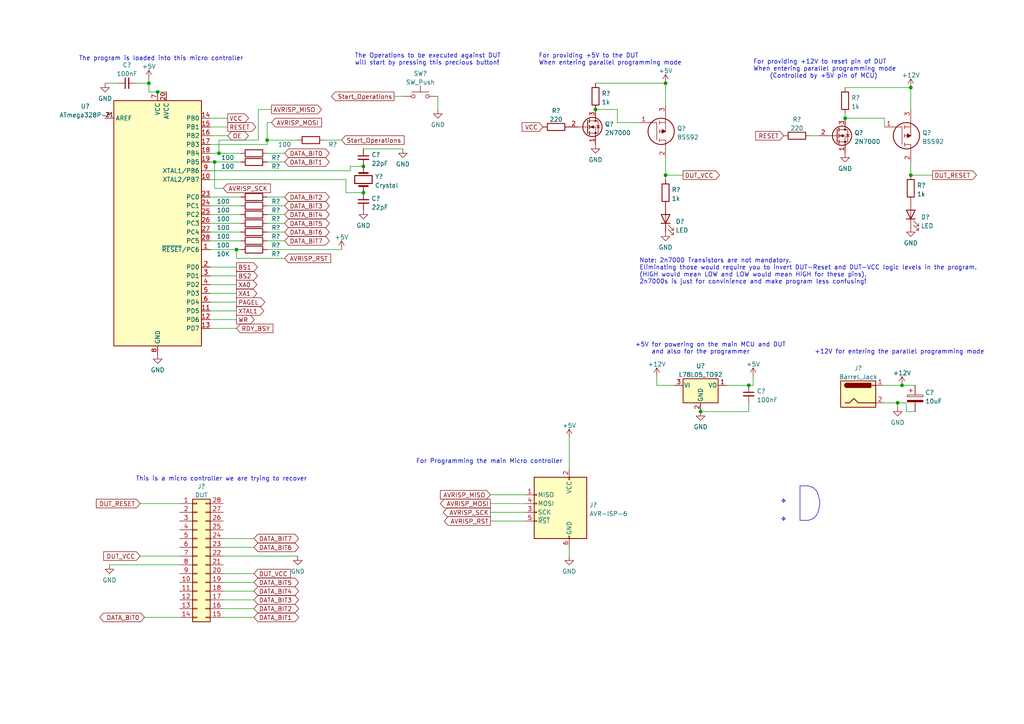
<source format=kicad_sch>
(kicad_sch (version 20211123) (generator eeschema)
  (paper "A4")
  (lib_symbols
    (symbol "BSS92:BSS92" (pin_names (offset 0.762))
      (property "Reference" "Q" (at 11.43 3.81 0))
      (property "Value" "BSS92" (at 11.43 1.27 0))
      (symbol "BSS92_0_0"
        (pin passive line (at 0 0 0) (length 2.54) (name "~") (number "1"))
        (pin passive line (at 7.62 10.16 270) (length 2.54) (name "~") (number "2"))
        (pin passive line (at 7.62 -5.08 90) (length 2.54) (name "~") (number "3"))
      )
      (symbol "BSS92_0_1"
        (polyline (pts (xy 5.842 -0.508) (xy 5.842 0.508)) (stroke (width 0.1524)))
        (polyline (pts (xy 5.842 0) (xy 7.62 0)) (stroke (width 0.1524)))
        (polyline (pts (xy 5.842 2.032) (xy 5.842 3.048)) (stroke (width 0.1524)))
        (polyline (pts (xy 5.842 5.588) (xy 5.842 4.572)) (stroke (width 0.1524)))
        (polyline (pts (xy 7.62 2.54) (xy 5.842 2.54)) (stroke (width 0.1524)))
        (polyline (pts (xy 7.62 2.54) (xy 7.62 -2.54)) (stroke (width 0.1524)))
        (polyline (pts (xy 7.62 5.08) (xy 5.842 5.08)) (stroke (width 0.1524)))
        (polyline (pts (xy 7.62 5.08) (xy 7.62 7.62)) (stroke (width 0.1524)))
        (polyline (pts (xy 2.54 0) (xy 5.08 0) (xy 5.08 5.08)) (stroke (width 0.1524)))
        (polyline (pts (xy 7.62 2.54) (xy 6.604 3.048) (xy 6.604 2.032) (xy 7.62 2.54)) (stroke (width 0.254)) (fill (type outline)))
        (circle (center 6.35 2.54) (radius 3.81) (stroke (width 0.254)))
      )
    )
    (symbol "Connector:AVR-ISP-6" (pin_names (offset 1.016))
      (property "Reference" "J" (at -6.35 11.43 0))
      (property "Value" "AVR-ISP-6" (at 0 11.43 0))
      (symbol "AVR-ISP-6_0_1"
        (rectangle (start -2.667 -6.858) (end -2.413 -7.62))
        (rectangle (start -2.667 10.16) (end -2.413 9.398))
        (rectangle (start 7.62 -2.413) (end 6.858 -2.667))
        (rectangle (start 7.62 0.127) (end 6.858 -0.127))
        (rectangle (start 7.62 2.667) (end 6.858 2.413))
        (rectangle (start 7.62 5.207) (end 6.858 4.953))
        (rectangle (start 7.62 10.16) (end -7.62 -7.62) (stroke (width 0.254)) (fill (type background)))
      )
      (symbol "AVR-ISP-6_1_1"
        (pin passive line (at 10.16 5.08 180) (length 2.54) (name "MISO") (number "1"))
        (pin passive line (at -2.54 12.7 270) (length 2.54) (name "VCC") (number "2"))
        (pin passive line (at 10.16 0 180) (length 2.54) (name "SCK") (number "3"))
        (pin passive line (at 10.16 2.54 180) (length 2.54) (name "MOSI") (number "4"))
        (pin passive line (at 10.16 -2.54 180) (length 2.54) (name "~{RST}") (number "5"))
        (pin passive line (at -2.54 -10.16 90) (length 2.54) (name "GND") (number "6"))
      )
    )
    (symbol "Connector:Barrel_Jack" (pin_names (offset 1.016))
      (property "Reference" "J" (at 0 5.334 0))
      (property "Value" "Barrel_Jack" (at 0 -5.08 0))
      (symbol "Barrel_Jack_0_1"
        (rectangle (start -5.08 3.81) (end 5.08 -3.81) (stroke (width 0.254)) (fill (type background)))
        (arc (start -3.302 3.175) (mid -3.937 2.54) (end -3.302 1.905) (stroke (width 0.254)))
        (arc (start -3.302 3.175) (mid -3.937 2.54) (end -3.302 1.905) (stroke (width 0.254)) (fill (type outline)))
        (polyline (pts (xy 5.08 2.54) (xy 3.81 2.54)) (stroke (width 0.254)))
        (polyline (pts (xy -3.81 -2.54) (xy -2.54 -2.54) (xy -1.27 -1.27) (xy 0 -2.54) (xy 2.54 -2.54) (xy 5.08 -2.54)) (stroke (width 0.254)))
        (rectangle (start 3.683 3.175) (end -3.302 1.905) (stroke (width 0.254)) (fill (type outline)))
      )
      (symbol "Barrel_Jack_1_1"
        (pin passive line (at 7.62 2.54 180) (length 2.54) (name "~") (number "1"))
        (pin passive line (at 7.62 -2.54 180) (length 2.54) (name "~") (number "2"))
      )
    )
    (symbol "Connector_Generic:Conn_02x14_Counter_Clockwise" (pin_names (offset 1.016) hide)
      (property "Reference" "J" (at 1.27 17.78 0))
      (property "Value" "Conn_02x14_Counter_Clockwise" (at 1.27 -20.32 0))
      (symbol "Conn_02x14_Counter_Clockwise_1_1"
        (rectangle (start -1.27 -17.653) (end 0 -17.907) (stroke (width 0.1524)))
        (rectangle (start -1.27 -15.113) (end 0 -15.367) (stroke (width 0.1524)))
        (rectangle (start -1.27 -12.573) (end 0 -12.827) (stroke (width 0.1524)))
        (rectangle (start -1.27 -10.033) (end 0 -10.287) (stroke (width 0.1524)))
        (rectangle (start -1.27 -7.493) (end 0 -7.747) (stroke (width 0.1524)))
        (rectangle (start -1.27 -4.953) (end 0 -5.207) (stroke (width 0.1524)))
        (rectangle (start -1.27 -2.413) (end 0 -2.667) (stroke (width 0.1524)))
        (rectangle (start -1.27 0.127) (end 0 -0.127) (stroke (width 0.1524)))
        (rectangle (start -1.27 2.667) (end 0 2.413) (stroke (width 0.1524)))
        (rectangle (start -1.27 5.207) (end 0 4.953) (stroke (width 0.1524)))
        (rectangle (start -1.27 7.747) (end 0 7.493) (stroke (width 0.1524)))
        (rectangle (start -1.27 10.287) (end 0 10.033) (stroke (width 0.1524)))
        (rectangle (start -1.27 12.827) (end 0 12.573) (stroke (width 0.1524)))
        (rectangle (start -1.27 15.367) (end 0 15.113) (stroke (width 0.1524)))
        (rectangle (start -1.27 16.51) (end 3.81 -19.05) (stroke (width 0.254)) (fill (type background)))
        (rectangle (start 3.81 -17.653) (end 2.54 -17.907) (stroke (width 0.1524)))
        (rectangle (start 3.81 -15.113) (end 2.54 -15.367) (stroke (width 0.1524)))
        (rectangle (start 3.81 -12.573) (end 2.54 -12.827) (stroke (width 0.1524)))
        (rectangle (start 3.81 -10.033) (end 2.54 -10.287) (stroke (width 0.1524)))
        (rectangle (start 3.81 -7.493) (end 2.54 -7.747) (stroke (width 0.1524)))
        (rectangle (start 3.81 -4.953) (end 2.54 -5.207) (stroke (width 0.1524)))
        (rectangle (start 3.81 -2.413) (end 2.54 -2.667) (stroke (width 0.1524)))
        (rectangle (start 3.81 0.127) (end 2.54 -0.127) (stroke (width 0.1524)))
        (rectangle (start 3.81 2.667) (end 2.54 2.413) (stroke (width 0.1524)))
        (rectangle (start 3.81 5.207) (end 2.54 4.953) (stroke (width 0.1524)))
        (rectangle (start 3.81 7.747) (end 2.54 7.493) (stroke (width 0.1524)))
        (rectangle (start 3.81 10.287) (end 2.54 10.033) (stroke (width 0.1524)))
        (rectangle (start 3.81 12.827) (end 2.54 12.573) (stroke (width 0.1524)))
        (rectangle (start 3.81 15.367) (end 2.54 15.113) (stroke (width 0.1524)))
        (pin passive line (at -5.08 15.24 0) (length 3.81) (name "Pin_1") (number "1"))
        (pin passive line (at -5.08 -7.62 0) (length 3.81) (name "Pin_10") (number "10"))
        (pin passive line (at -5.08 -10.16 0) (length 3.81) (name "Pin_11") (number "11"))
        (pin passive line (at -5.08 -12.7 0) (length 3.81) (name "Pin_12") (number "12"))
        (pin passive line (at -5.08 -15.24 0) (length 3.81) (name "Pin_13") (number "13"))
        (pin passive line (at -5.08 -17.78 0) (length 3.81) (name "Pin_14") (number "14"))
        (pin passive line (at 7.62 -17.78 180) (length 3.81) (name "Pin_15") (number "15"))
        (pin passive line (at 7.62 -15.24 180) (length 3.81) (name "Pin_16") (number "16"))
        (pin passive line (at 7.62 -12.7 180) (length 3.81) (name "Pin_17") (number "17"))
        (pin passive line (at 7.62 -10.16 180) (length 3.81) (name "Pin_18") (number "18"))
        (pin passive line (at 7.62 -7.62 180) (length 3.81) (name "Pin_19") (number "19"))
        (pin passive line (at -5.08 12.7 0) (length 3.81) (name "Pin_2") (number "2"))
        (pin passive line (at 7.62 -5.08 180) (length 3.81) (name "Pin_20") (number "20"))
        (pin passive line (at 7.62 -2.54 180) (length 3.81) (name "Pin_21") (number "21"))
        (pin passive line (at 7.62 0 180) (length 3.81) (name "Pin_22") (number "22"))
        (pin passive line (at 7.62 2.54 180) (length 3.81) (name "Pin_23") (number "23"))
        (pin passive line (at 7.62 5.08 180) (length 3.81) (name "Pin_24") (number "24"))
        (pin passive line (at 7.62 7.62 180) (length 3.81) (name "Pin_25") (number "25"))
        (pin passive line (at 7.62 10.16 180) (length 3.81) (name "Pin_26") (number "26"))
        (pin passive line (at 7.62 12.7 180) (length 3.81) (name "Pin_27") (number "27"))
        (pin passive line (at 7.62 15.24 180) (length 3.81) (name "Pin_28") (number "28"))
        (pin passive line (at -5.08 10.16 0) (length 3.81) (name "Pin_3") (number "3"))
        (pin passive line (at -5.08 7.62 0) (length 3.81) (name "Pin_4") (number "4"))
        (pin passive line (at -5.08 5.08 0) (length 3.81) (name "Pin_5") (number "5"))
        (pin passive line (at -5.08 2.54 0) (length 3.81) (name "Pin_6") (number "6"))
        (pin passive line (at -5.08 0 0) (length 3.81) (name "Pin_7") (number "7"))
        (pin passive line (at -5.08 -2.54 0) (length 3.81) (name "Pin_8") (number "8"))
        (pin passive line (at -5.08 -5.08 0) (length 3.81) (name "Pin_9") (number "9"))
      )
    )
    (symbol "Device:C_Polarized" (pin_numbers hide) (pin_names (offset 0.254))
      (property "Reference" "C" (at 0.635 2.54 0))
      (property "Value" "C_Polarized" (at 0.635 -2.54 0))
      (symbol "C_Polarized_0_1"
        (rectangle (start -2.286 0.508) (end 2.286 1.016))
        (polyline (pts (xy -1.778 2.286) (xy -0.762 2.286)))
        (polyline (pts (xy -1.27 2.794) (xy -1.27 1.778)))
        (rectangle (start 2.286 -0.508) (end -2.286 -1.016) (fill (type outline)))
      )
      (symbol "C_Polarized_1_1"
        (pin passive line (at 0 3.81 270) (length 2.794) (name "~") (number "1"))
        (pin passive line (at 0 -3.81 90) (length 2.794) (name "~") (number "2"))
      )
    )
    (symbol "Device:C_Small" (pin_numbers hide) (pin_names (offset 0.254) hide)
      (property "Reference" "C" (at 0.254 1.778 0))
      (property "Value" "C_Small" (at 0.254 -2.032 0))
      (symbol "C_Small_0_1"
        (polyline (pts (xy -1.524 -0.508) (xy 1.524 -0.508)) (stroke (width 0.3302)))
        (polyline (pts (xy -1.524 0.508) (xy 1.524 0.508)) (stroke (width 0.3048)))
      )
      (symbol "C_Small_1_1"
        (pin passive line (at 0 2.54 270) (length 2.032) (name "~") (number "1"))
        (pin passive line (at 0 -2.54 90) (length 2.032) (name "~") (number "2"))
      )
    )
    (symbol "Device:Crystal" (pin_numbers hide) (pin_names (offset 1.016) hide)
      (property "Reference" "Y" (at 0 3.81 0))
      (property "Value" "Crystal" (at 0 -3.81 0))
      (symbol "Crystal_0_1"
        (rectangle (start -1.143 2.54) (end 1.143 -2.54) (stroke (width 0.3048)))
        (polyline (pts (xy -2.54 0) (xy -1.905 0)))
        (polyline (pts (xy -1.905 -1.27) (xy -1.905 1.27)) (stroke (width 0.508)))
        (polyline (pts (xy 1.905 -1.27) (xy 1.905 1.27)) (stroke (width 0.508)))
        (polyline (pts (xy 2.54 0) (xy 1.905 0)))
      )
      (symbol "Crystal_1_1"
        (pin passive line (at -3.81 0 0) (length 1.27) (name "1") (number "1"))
        (pin passive line (at 3.81 0 180) (length 1.27) (name "2") (number "2"))
      )
    )
    (symbol "Device:LED" (pin_numbers hide) (pin_names (offset 1.016) hide)
      (property "Reference" "D" (at 0 2.54 0))
      (property "Value" "LED" (at 0 -2.54 0))
      (symbol "LED_0_1"
        (polyline (pts (xy -1.27 -1.27) (xy -1.27 1.27)) (stroke (width 0.254)))
        (polyline (pts (xy -1.27 0) (xy 1.27 0)))
        (polyline (pts (xy 1.27 -1.27) (xy 1.27 1.27) (xy -1.27 0) (xy 1.27 -1.27)) (stroke (width 0.254)))
        (polyline (pts (xy -3.048 -0.762) (xy -4.572 -2.286) (xy -3.81 -2.286) (xy -4.572 -2.286) (xy -4.572 -1.524)))
        (polyline (pts (xy -1.778 -0.762) (xy -3.302 -2.286) (xy -2.54 -2.286) (xy -3.302 -2.286) (xy -3.302 -1.524)))
      )
      (symbol "LED_1_1"
        (pin passive line (at -3.81 0 0) (length 2.54) (name "K") (number "1"))
        (pin passive line (at 3.81 0 180) (length 2.54) (name "A") (number "2"))
      )
    )
    (symbol "Device:R" (pin_numbers hide) (pin_names (offset 0))
      (property "Reference" "R" (at 2.032 0 90))
      (property "Value" "R" (at 0 0 90))
      (symbol "R_0_1"
        (rectangle (start -1.016 -2.54) (end 1.016 2.54) (stroke (width 0.254)))
      )
      (symbol "R_1_1"
        (pin passive line (at 0 3.81 270) (length 1.27) (name "~") (number "1"))
        (pin passive line (at 0 -3.81 90) (length 1.27) (name "~") (number "2"))
      )
    )
    (symbol "MCU_Microchip_ATmega:ATmega328P-P"
      (property "Reference" "U" (at -12.7 36.83 0))
      (property "Value" "ATmega328P-P" (at 2.54 -36.83 0))
      (symbol "ATmega328P-P_0_1"
        (rectangle (start -12.7 -35.56) (end 12.7 35.56) (stroke (width 0.254)) (fill (type background)))
      )
      (symbol "ATmega328P-P_1_1"
        (pin bidirectional line (at 15.24 -7.62 180) (length 2.54) (name "~{RESET}/PC6") (number "1"))
        (pin bidirectional line (at 15.24 12.7 180) (length 2.54) (name "XTAL2/PB7") (number "10"))
        (pin bidirectional line (at 15.24 -25.4 180) (length 2.54) (name "PD5") (number "11"))
        (pin bidirectional line (at 15.24 -27.94 180) (length 2.54) (name "PD6") (number "12"))
        (pin bidirectional line (at 15.24 -30.48 180) (length 2.54) (name "PD7") (number "13"))
        (pin bidirectional line (at 15.24 30.48 180) (length 2.54) (name "PB0") (number "14"))
        (pin bidirectional line (at 15.24 27.94 180) (length 2.54) (name "PB1") (number "15"))
        (pin bidirectional line (at 15.24 25.4 180) (length 2.54) (name "PB2") (number "16"))
        (pin bidirectional line (at 15.24 22.86 180) (length 2.54) (name "PB3") (number "17"))
        (pin bidirectional line (at 15.24 20.32 180) (length 2.54) (name "PB4") (number "18"))
        (pin bidirectional line (at 15.24 17.78 180) (length 2.54) (name "PB5") (number "19"))
        (pin bidirectional line (at 15.24 -12.7 180) (length 2.54) (name "PD0") (number "2"))
        (pin power_in line (at 2.54 38.1 270) (length 2.54) (name "AVCC") (number "20"))
        (pin passive line (at -15.24 30.48 0) (length 2.54) (name "AREF") (number "21"))
        (pin passive line (at 0 -38.1 90) (length 2.54) hide (name "GND") (number "22"))
        (pin bidirectional line (at 15.24 7.62 180) (length 2.54) (name "PC0") (number "23"))
        (pin bidirectional line (at 15.24 5.08 180) (length 2.54) (name "PC1") (number "24"))
        (pin bidirectional line (at 15.24 2.54 180) (length 2.54) (name "PC2") (number "25"))
        (pin bidirectional line (at 15.24 0 180) (length 2.54) (name "PC3") (number "26"))
        (pin bidirectional line (at 15.24 -2.54 180) (length 2.54) (name "PC4") (number "27"))
        (pin bidirectional line (at 15.24 -5.08 180) (length 2.54) (name "PC5") (number "28"))
        (pin bidirectional line (at 15.24 -15.24 180) (length 2.54) (name "PD1") (number "3"))
        (pin bidirectional line (at 15.24 -17.78 180) (length 2.54) (name "PD2") (number "4"))
        (pin bidirectional line (at 15.24 -20.32 180) (length 2.54) (name "PD3") (number "5"))
        (pin bidirectional line (at 15.24 -22.86 180) (length 2.54) (name "PD4") (number "6"))
        (pin power_in line (at 0 38.1 270) (length 2.54) (name "VCC") (number "7"))
        (pin power_in line (at 0 -38.1 90) (length 2.54) (name "GND") (number "8"))
        (pin bidirectional line (at 15.24 15.24 180) (length 2.54) (name "XTAL1/PB6") (number "9"))
      )
    )
    (symbol "Regulator_Linear:L78L05_TO92" (pin_names (offset 0.254))
      (property "Reference" "U" (at -3.81 3.175 0))
      (property "Value" "L78L05_TO92" (at 0 3.175 0))
      (symbol "L78L05_TO92_0_1"
        (rectangle (start -5.08 -5.08) (end 5.08 1.905) (stroke (width 0.254)) (fill (type background)))
      )
      (symbol "L78L05_TO92_1_1"
        (pin power_out line (at 7.62 0 180) (length 2.54) (name "VO") (number "1"))
        (pin power_in line (at 0 -7.62 90) (length 2.54) (name "GND") (number "2"))
        (pin power_in line (at -7.62 0 0) (length 2.54) (name "VI") (number "3"))
      )
    )
    (symbol "Switch:SW_Push" (pin_numbers hide) (pin_names (offset 1.016) hide)
      (property "Reference" "SW" (at 1.27 2.54 0))
      (property "Value" "SW_Push" (at 0 -1.524 0))
      (symbol "SW_Push_0_1"
        (circle (center -2.032 0) (radius 0.508))
        (polyline (pts (xy 0 1.27) (xy 0 3.048)))
        (polyline (pts (xy 2.54 1.27) (xy -2.54 1.27)))
        (circle (center 2.032 0) (radius 0.508))
        (pin passive line (at -5.08 0 0) (length 2.54) (name "1") (number "1"))
        (pin passive line (at 5.08 0 180) (length 2.54) (name "2") (number "2"))
      )
    )
    (symbol "Transistor_FET:2N7000" (pin_names hide)
      (property "Reference" "Q" (at 5.08 1.905 0))
      (property "Value" "2N7000" (at 5.08 0 0))
      (symbol "2N7000_0_1"
        (polyline (pts (xy 0.254 0) (xy -2.54 0)))
        (polyline (pts (xy 0.254 1.905) (xy 0.254 -1.905)) (stroke (width 0.254)))
        (polyline (pts (xy 0.762 -1.27) (xy 0.762 -2.286)) (stroke (width 0.254)))
        (polyline (pts (xy 0.762 0.508) (xy 0.762 -0.508)) (stroke (width 0.254)))
        (polyline (pts (xy 0.762 2.286) (xy 0.762 1.27)) (stroke (width 0.254)))
        (polyline (pts (xy 2.54 2.54) (xy 2.54 1.778)))
        (polyline (pts (xy 2.54 -2.54) (xy 2.54 0) (xy 0.762 0)))
        (polyline (pts (xy 0.762 -1.778) (xy 3.302 -1.778) (xy 3.302 1.778) (xy 0.762 1.778)))
        (polyline (pts (xy 1.016 0) (xy 2.032 0.381) (xy 2.032 -0.381) (xy 1.016 0)) (fill (type outline)))
        (polyline (pts (xy 2.794 0.508) (xy 2.921 0.381) (xy 3.683 0.381) (xy 3.81 0.254)))
        (polyline (pts (xy 3.302 0.381) (xy 2.921 -0.254) (xy 3.683 -0.254) (xy 3.302 0.381)))
        (circle (center 1.651 0) (radius 2.794) (stroke (width 0.254)))
        (circle (center 2.54 -1.778) (radius 0.254) (fill (type outline)))
        (circle (center 2.54 1.778) (radius 0.254) (fill (type outline)))
      )
      (symbol "2N7000_1_1"
        (pin passive line (at 2.54 -5.08 90) (length 2.54) (name "S") (number "1"))
        (pin input line (at -5.08 0 0) (length 2.54) (name "G") (number "2"))
        (pin passive line (at 2.54 5.08 270) (length 2.54) (name "D") (number "3"))
      )
    )
    (symbol "power:+12V" (power) (pin_names (offset 0))
      (property "Value" "+12V" (at 0 3.556 0))
      (symbol "+12V_0_1"
        (polyline (pts (xy -0.762 1.27) (xy 0 2.54)))
        (polyline (pts (xy 0 0) (xy 0 2.54)))
        (polyline (pts (xy 0 2.54) (xy 0.762 1.27)))
      )
      (symbol "+12V_1_1"
        (pin power_in line (at 0 0 90) (length 0) hide (name "+12V") (number "1"))
      )
    )
    (symbol "power:+5V" (power) (pin_names (offset 0))
      (property "Value" "+5V" (at 0 3.556 0))
      (symbol "+5V_0_1"
        (polyline (pts (xy -0.762 1.27) (xy 0 2.54)))
        (polyline (pts (xy 0 0) (xy 0 2.54)))
        (polyline (pts (xy 0 2.54) (xy 0.762 1.27)))
      )
      (symbol "+5V_1_1"
        (pin power_in line (at 0 0 90) (length 0) hide (name "+5V") (number "1"))
      )
    )
    (symbol "power:GND" (power) (pin_names (offset 0))
      (property "Value" "GND" (at 0 -3.81 0))
      (symbol "GND_0_1"
        (polyline (pts (xy 0 0) (xy 0 -1.27) (xy 1.27 -1.27) (xy 0 -2.54) (xy -1.27 -1.27) (xy 0 -1.27)))
      )
      (symbol "GND_1_1"
        (pin power_in line (at 0 0 270) (length 0) hide (name "GND") (number "1"))
      )
    )
  )
  (junction (at 245.11 34.29))
  (junction (at 261.62 111.76))
  (junction (at 105.41 48.26))
  (junction (at 264.16 25.4))
  (junction (at 193.04 24.13))
  (junction (at 62.23 46.99))
  (junction (at 217.17 111.76))
  (junction (at 77.47 40.64))
  (junction (at 45.72 26.67))
  (junction (at 260.35 116.84))
  (junction (at 203.2 119.38))
  (junction (at 63.5 44.45))
  (junction (at 172.72 31.75))
  (junction (at 264.16 50.8))
  (junction (at 43.18 24.13))
  (junction (at 193.04 50.8))
  (junction (at 68.58 72.39))
  (junction (at 105.41 55.88))
  (wire (pts (xy 127 27.94) (xy 127 31.75)))
  (wire (pts (xy 68.58 72.39) (xy 68.58 74.93)))
  (wire (pts (xy 77.47 64.77) (xy 82.55 64.77)))
  (wire (pts (xy 193.04 45.72) (xy 193.04 50.8)))
  (wire (pts (xy 264.16 50.8) (xy 270.51 50.8)))
  (wire (pts (xy 77.47 40.64) (xy 77.47 41.91)))
  (wire (pts (xy 64.77 161.29) (xy 86.36 161.29)))
  (wire (pts (xy 60.96 64.77) (xy 69.85 64.77)))
  (wire (pts (xy 68.58 72.39) (xy 69.85 72.39)))
  (wire (pts (xy 64.77 158.75) (xy 73.66 158.75)))
  (wire (pts (xy 45.72 26.67) (xy 48.26 26.67)))
  (wire (pts (xy 142.24 151.13) (xy 152.4 151.13)))
  (wire (pts (xy 114.3 27.94) (xy 116.84 27.94)))
  (wire (pts (xy 74.93 40.64) (xy 63.5 40.64)))
  (wire (pts (xy 93.98 40.64) (xy 99.06 40.64)))
  (wire (pts (xy 64.77 176.53) (xy 73.66 176.53)))
  (wire (pts (xy 64.77 173.99) (xy 73.66 173.99)))
  (wire (pts (xy 60.96 82.55) (xy 68.58 82.55)))
  (wire (pts (xy 190.5 111.76) (xy 195.58 111.76)))
  (wire (pts (xy 185.42 35.56) (xy 179.07 35.56)))
  (wire (pts (xy 218.44 111.76) (xy 217.17 111.76)))
  (wire (pts (xy 77.47 59.69) (xy 82.55 59.69)))
  (wire (pts (xy 77.47 69.85) (xy 82.55 69.85)))
  (wire (pts (xy 193.04 50.8) (xy 198.12 50.8)))
  (wire (pts (xy 43.18 24.13) (xy 43.18 26.67)))
  (wire (pts (xy 60.96 67.31) (xy 69.85 67.31)))
  (wire (pts (xy 60.96 39.37) (xy 66.04 39.37)))
  (wire (pts (xy 74.93 31.75) (xy 78.74 31.75)))
  (wire (pts (xy 203.2 119.38) (xy 217.17 119.38)))
  (wire (pts (xy 100.33 52.07) (xy 100.33 55.88)))
  (wire (pts (xy 63.5 40.64) (xy 63.5 44.45)))
  (wire (pts (xy 245.11 34.29) (xy 256.54 34.29)))
  (wire (pts (xy 77.47 72.39) (xy 99.06 72.39)))
  (wire (pts (xy 172.72 24.13) (xy 193.04 24.13)))
  (wire (pts (xy 265.43 119.38) (xy 262.89 119.38)))
  (wire (pts (xy 262.89 116.84) (xy 260.35 116.84)))
  (wire (pts (xy 60.96 62.23) (xy 69.85 62.23)))
  (wire (pts (xy 77.47 35.56) (xy 77.47 40.64)))
  (wire (pts (xy 218.44 109.22) (xy 218.44 111.76)))
  (wire (pts (xy 217.17 111.76) (xy 210.82 111.76)))
  (wire (pts (xy 77.47 67.31) (xy 82.55 67.31)))
  (wire (pts (xy 165.1 158.75) (xy 165.1 161.29)))
  (wire (pts (xy 193.04 50.8) (xy 193.04 52.07)))
  (wire (pts (xy 142.24 148.59) (xy 152.4 148.59)))
  (wire (pts (xy 142.24 143.51) (xy 152.4 143.51)))
  (wire (pts (xy 68.58 74.93) (xy 82.55 74.93)))
  (wire (pts (xy 41.91 179.07) (xy 52.07 179.07)))
  (wire (pts (xy 43.18 26.67) (xy 45.72 26.67)))
  (wire (pts (xy 64.77 166.37) (xy 73.66 166.37)))
  (wire (pts (xy 60.96 49.53) (xy 101.6 49.53)))
  (wire (pts (xy 105.41 43.18) (xy 116.84 43.18)))
  (wire (pts (xy 64.77 171.45) (xy 73.66 171.45)))
  (wire (pts (xy 40.64 146.05) (xy 52.07 146.05)))
  (wire (pts (xy 100.33 55.88) (xy 105.41 55.88)))
  (wire (pts (xy 62.23 54.61) (xy 62.23 46.99)))
  (wire (pts (xy 256.54 116.84) (xy 260.35 116.84)))
  (wire (pts (xy 40.64 161.29) (xy 52.07 161.29)))
  (wire (pts (xy 260.35 116.84) (xy 260.35 118.11)))
  (wire (pts (xy 60.96 69.85) (xy 69.85 69.85)))
  (wire (pts (xy 77.47 62.23) (xy 82.55 62.23)))
  (wire (pts (xy 60.96 57.15) (xy 69.85 57.15)))
  (wire (pts (xy 31.75 163.83) (xy 52.07 163.83)))
  (wire (pts (xy 77.47 35.56) (xy 78.74 35.56)))
  (wire (pts (xy 43.18 22.86) (xy 43.18 24.13)))
  (wire (pts (xy 193.04 24.13) (xy 193.04 30.48)))
  (wire (pts (xy 77.47 46.99) (xy 82.55 46.99)))
  (wire (pts (xy 60.96 92.71) (xy 68.58 92.71)))
  (wire (pts (xy 245.11 25.4) (xy 264.16 25.4)))
  (wire (pts (xy 64.77 179.07) (xy 73.66 179.07)))
  (wire (pts (xy 62.23 46.99) (xy 69.85 46.99)))
  (wire (pts (xy 64.77 168.91) (xy 73.66 168.91)))
  (wire (pts (xy 190.5 109.22) (xy 190.5 111.76)))
  (wire (pts (xy 60.96 59.69) (xy 69.85 59.69)))
  (wire (pts (xy 256.54 111.76) (xy 261.62 111.76)))
  (wire (pts (xy 60.96 87.63) (xy 68.58 87.63)))
  (wire (pts (xy 30.48 24.13) (xy 34.29 24.13)))
  (wire (pts (xy 60.96 77.47) (xy 68.58 77.47)))
  (wire (pts (xy 234.95 39.37) (xy 237.49 39.37)))
  (wire (pts (xy 39.37 24.13) (xy 43.18 24.13)))
  (wire (pts (xy 60.96 36.83) (xy 66.04 36.83)))
  (wire (pts (xy 60.96 46.99) (xy 62.23 46.99)))
  (wire (pts (xy 77.47 40.64) (xy 86.36 40.64)))
  (wire (pts (xy 101.6 49.53) (xy 101.6 48.26)))
  (wire (pts (xy 60.96 85.09) (xy 68.58 85.09)))
  (wire (pts (xy 217.17 119.38) (xy 217.17 116.84)))
  (wire (pts (xy 142.24 146.05) (xy 152.4 146.05)))
  (wire (pts (xy 165.1 127) (xy 165.1 135.89)))
  (wire (pts (xy 245.11 33.02) (xy 245.11 34.29)))
  (wire (pts (xy 264.16 25.4) (xy 264.16 31.75)))
  (wire (pts (xy 60.96 44.45) (xy 63.5 44.45)))
  (wire (pts (xy 60.96 90.17) (xy 68.58 90.17)))
  (wire (pts (xy 60.96 80.01) (xy 68.58 80.01)))
  (wire (pts (xy 60.96 72.39) (xy 68.58 72.39)))
  (wire (pts (xy 62.23 54.61) (xy 64.77 54.61)))
  (wire (pts (xy 262.89 119.38) (xy 262.89 116.84)))
  (wire (pts (xy 77.47 44.45) (xy 82.55 44.45)))
  (wire (pts (xy 60.96 41.91) (xy 77.47 41.91)))
  (wire (pts (xy 63.5 44.45) (xy 69.85 44.45)))
  (wire (pts (xy 60.96 95.25) (xy 68.58 95.25)))
  (wire (pts (xy 261.62 111.76) (xy 265.43 111.76)))
  (wire (pts (xy 179.07 31.75) (xy 172.72 31.75)))
  (wire (pts (xy 60.96 34.29) (xy 66.04 34.29)))
  (wire (pts (xy 264.16 46.99) (xy 264.16 50.8)))
  (wire (pts (xy 60.96 52.07) (xy 100.33 52.07)))
  (wire (pts (xy 64.77 156.21) (xy 73.66 156.21)))
  (wire (pts (xy 74.93 31.75) (xy 74.93 40.64)))
  (wire (pts (xy 101.6 48.26) (xy 105.41 48.26)))
  (wire (pts (xy 256.54 34.29) (xy 256.54 36.83)))
  (wire (pts (xy 77.47 57.15) (xy 82.55 57.15)))
  (wire (pts (xy 179.07 35.56) (xy 179.07 31.75)))
  (text "For providing +5V to the DUT\nWhen entering parallel programming mode" (at 156.21 19.05 0) (effects (font (size 1.27 1.27)) (justify left bottom)))
  (text "For providing +12V to reset pin of DUT\nWhen entering parallel programming mode\n	(Controlled by +5V pin of MCU)" (at 218.44 22.86 0) (effects (font (size 1.27 1.27)) (justify left bottom)))
  (text "The program is loaded into this micro controller" (at 22.86 17.78 0) (effects (font (size 1.27 1.27)) (justify left bottom)))
  (text "+5V for powering on the main MCU and DUT\n	and also for the programmer" (at 184.15 102.87 0) (effects (font (size 1.27 1.27)) (justify left bottom)))
  (text "The Operations to be executed against DUT\nwill start by pressing this precious button!" (at 102.87 19.05 0) (effects (font (size 1.27 1.27)) (justify left bottom)))
  (text "+12V for entering the parallel programming mode" (at 236.22 102.87 0) (effects (font (size 1.27 1.27)) (justify left bottom)))
  (text "This is a micro controller we are trying to recover" (at 39.37 139.7 0) (effects (font (size 1.27 1.27)) (justify left bottom)))
  (text "For Programming the main Micro controller" (at 120.65 134.62 0) (effects (font (size 1.27 1.27)) (justify left bottom)))
  (text "Note: 2n7000 Transistors are not mandatory.\nEliminating those would require you to invert DUT-Reset and DUT-VCC logic levels in the program.\n(HIGH would mean LOW and LOW would mean HIGH for these pins).\n2n7000s is just for convinience and make program less confusing!" (at 185.42 82.55 0) (effects (font (size 1.27 1.27)) (justify left bottom)))
  (text ":D" (at 224.79 152.4 0) (effects (font (size 10 10)) (justify left bottom)))
  (global_label "AVRISP_MISO" (shape output) (at 78.74 31.75 0) (property "Intersheet References" "${INTERSHEET_REFS}" (effects hide)))
  (global_label "BS2" (shape output) (at 68.58 80.01 0) (property "Intersheet References" "${INTERSHEET_REFS}" (effects hide)))
  (global_label "XA0" (shape output) (at 68.58 82.55 0) (property "Intersheet References" "${INTERSHEET_REFS}" (effects hide)))
  (global_label "AVRISP_MOSI" (shape input) (at 78.74 35.56 0) (property "Intersheet References" "${INTERSHEET_REFS}" (effects hide)))
  (global_label "Start_Operations" (shape output) (at 114.3 27.94 180) (property "Intersheet References" "${INTERSHEET_REFS}" (effects hide)))
  (global_label "BS1" (shape output) (at 68.58 77.47 0) (property "Intersheet References" "${INTERSHEET_REFS}" (effects hide)))
  (global_label "DATA_BIT7" (shape bidirectional) (at 82.55 69.85 0) (property "Intersheet References" "${INTERSHEET_REFS}" (effects hide)))
  (global_label "DATA_BIT0" (shape bidirectional) (at 82.55 44.45 0) (property "Intersheet References" "${INTERSHEET_REFS}" (effects hide)))
  (global_label "DATA_BIT6" (shape bidirectional) (at 73.66 158.75 0) (property "Intersheet References" "${INTERSHEET_REFS}" (effects hide)))
  (global_label "DATA_BIT2" (shape bidirectional) (at 82.55 57.15 0) (property "Intersheet References" "${INTERSHEET_REFS}" (effects hide)))
  (global_label "DUT_RESET" (shape input) (at 40.64 146.05 180) (property "Intersheet References" "${INTERSHEET_REFS}" (effects hide)))
  (global_label "DATA_BIT5" (shape bidirectional) (at 73.66 168.91 0) (property "Intersheet References" "${INTERSHEET_REFS}" (effects hide)))
  (global_label "DATA_BIT1" (shape bidirectional) (at 73.66 179.07 0) (property "Intersheet References" "${INTERSHEET_REFS}" (effects hide)))
  (global_label "WR" (shape output) (at 68.58 92.71 0) (property "Intersheet References" "${INTERSHEET_REFS}" (effects hide)))
  (global_label "AVRISP_MISO" (shape input) (at 142.24 143.51 180) (property "Intersheet References" "${INTERSHEET_REFS}" (effects hide)))
  (global_label "AVRISP_RST" (shape input) (at 82.55 74.93 0) (property "Intersheet References" "${INTERSHEET_REFS}" (effects hide)))
  (global_label "XA1" (shape output) (at 68.58 85.09 0) (property "Intersheet References" "${INTERSHEET_REFS}" (effects hide)))
  (global_label "DATA_BIT4" (shape bidirectional) (at 82.55 62.23 0) (property "Intersheet References" "${INTERSHEET_REFS}" (effects hide)))
  (global_label "RESET" (shape input) (at 227.33 39.37 180) (property "Intersheet References" "${INTERSHEET_REFS}" (effects hide)))
  (global_label "AVRISP_SCK" (shape input) (at 64.77 54.61 0) (property "Intersheet References" "${INTERSHEET_REFS}" (effects hide)))
  (global_label "DATA_BIT4" (shape bidirectional) (at 73.66 171.45 0) (property "Intersheet References" "${INTERSHEET_REFS}" (effects hide)))
  (global_label "AVRISP_MOSI" (shape output) (at 142.24 146.05 180) (property "Intersheet References" "${INTERSHEET_REFS}" (effects hide)))
  (global_label "VCC" (shape output) (at 66.04 34.29 0) (property "Intersheet References" "${INTERSHEET_REFS}" (effects hide)))
  (global_label "DUT_RESET" (shape output) (at 270.51 50.8 0) (property "Intersheet References" "${INTERSHEET_REFS}" (effects hide)))
  (global_label "AVRISP_RST" (shape output) (at 142.24 151.13 180) (property "Intersheet References" "${INTERSHEET_REFS}" (effects hide)))
  (global_label "DATA_BIT6" (shape bidirectional) (at 82.55 67.31 0) (property "Intersheet References" "${INTERSHEET_REFS}" (effects hide)))
  (global_label "RDY_BSY" (shape input) (at 68.58 95.25 0) (property "Intersheet References" "${INTERSHEET_REFS}" (effects hide)))
  (global_label "DATA_BIT2" (shape bidirectional) (at 73.66 176.53 0) (property "Intersheet References" "${INTERSHEET_REFS}" (effects hide)))
  (global_label "DATA_BIT5" (shape bidirectional) (at 82.55 64.77 0) (property "Intersheet References" "${INTERSHEET_REFS}" (effects hide)))
  (global_label "DATA_BIT1" (shape bidirectional) (at 82.55 46.99 0) (property "Intersheet References" "${INTERSHEET_REFS}" (effects hide)))
  (global_label "XTAL1" (shape output) (at 68.58 90.17 0) (property "Intersheet References" "${INTERSHEET_REFS}" (effects hide)))
  (global_label "DATA_BIT3" (shape bidirectional) (at 73.66 173.99 0) (property "Intersheet References" "${INTERSHEET_REFS}" (effects hide)))
  (global_label "RESET" (shape output) (at 66.04 36.83 0) (property "Intersheet References" "${INTERSHEET_REFS}" (effects hide)))
  (global_label "DUT_VCC" (shape input) (at 73.66 166.37 0) (property "Intersheet References" "${INTERSHEET_REFS}" (effects hide)))
  (global_label "DUT_VCC" (shape input) (at 40.64 161.29 180) (property "Intersheet References" "${INTERSHEET_REFS}" (effects hide)))
  (global_label "DATA_BIT0" (shape bidirectional) (at 41.91 179.07 180) (property "Intersheet References" "${INTERSHEET_REFS}" (effects hide)))
  (global_label "DUT_VCC" (shape output) (at 198.12 50.8 0) (property "Intersheet References" "${INTERSHEET_REFS}" (effects hide)))
  (global_label "OE" (shape bidirectional) (at 66.04 39.37 0) (property "Intersheet References" "${INTERSHEET_REFS}" (effects hide)))
  (global_label "PAGEL" (shape output) (at 68.58 87.63 0) (property "Intersheet References" "${INTERSHEET_REFS}" (effects hide)))
  (global_label "DATA_BIT7" (shape bidirectional) (at 73.66 156.21 0) (property "Intersheet References" "${INTERSHEET_REFS}" (effects hide)))
  (global_label "AVRISP_SCK" (shape output) (at 142.24 148.59 180) (property "Intersheet References" "${INTERSHEET_REFS}" (effects hide)))
  (global_label "Start_Operations" (shape input) (at 99.06 40.64 0) (property "Intersheet References" "${INTERSHEET_REFS}" (effects hide)))
  (global_label "VCC" (shape input) (at 157.48 36.83 180) (property "Intersheet References" "${INTERSHEET_REFS}" (effects hide)))
  (global_label "DATA_BIT3" (shape bidirectional) (at 82.55 59.69 0) (property "Intersheet References" "${INTERSHEET_REFS}" (effects hide)))
  (symbol (lib_id "MCU_Microchip_ATmega:ATmega328P-P") (at 45.72 64.77 0) (unit 1)
    (property "Reference" "U?" (at 24.7401 30.8316 0))
    (property "Value" "ATmega328P-P" (at 24.7401 33.3685 0))
    (property "Footprint" "Package_DIP:DIP-28_W7.62mm" (effects hide))
    (property "Datasheet" "http://ww1.microchip.com/downloads/en/DeviceDoc/ATmega328_P%20AVR%20MCU%20with%20picoPower%20Technology%20Data%20Sheet%2040001984A.pdf" (effects hide))
  )
  (symbol (lib_id "power:GND") (at 260.35 118.11 0) (unit 1)
    (property "Reference" "#PWR?" (effects hide))
    (property "Value" "GND" (at 260.35 122.5534 0))
  )
  (symbol (lib_id "Transistor_FET:2N7000") (at 170.18 36.83 0) (unit 1)
    (property "Reference" "Q?" (at 175.387 35.9953 0) (effects (justify left)))
    (property "Value" "2N7000" (at 175.387 38.5322 0) (effects (justify left)))
    (property "Footprint" "Package_TO_SOT_THT:TO-92_Inline" (effects hide))
    (property "Datasheet" "https://www.vishay.com/docs/70226/70226.pdf" (effects hide))
  )
  (symbol (lib_id "power:+12V") (at 264.16 25.4 0) (unit 1)
    (property "Reference" "#PWR?" (effects hide))
    (property "Value" "+12V" (at 264.16 21.8242 0))
  )
  (symbol (lib_id "power:GND") (at 116.84 43.18 0) (unit 1)
    (property "Reference" "#PWR?" (effects hide))
    (property "Value" "GND" (at 116.84 47.6234 0))
  )
  (symbol (lib_id "Device:R") (at 90.17 40.64 90) (unit 1)
    (property "Reference" "R?" (at 96.52 41.91 90))
    (property "Value" "100" (at 82.55 41.91 90))
  )
  (symbol (lib_id "Device:C_Small") (at 36.83 24.13 90) (unit 1)
    (property "Reference" "C?" (at 36.8363 18.8681 90))
    (property "Value" "100nF" (at 36.8363 21.405 90))
  )
  (symbol (lib_id "Device:R") (at 245.11 29.21 180) (unit 1)
    (property "Reference" "R?" (at 246.888 28.3753 0) (effects (justify right)))
    (property "Value" "1k" (at 246.888 30.9122 0) (effects (justify right)))
  )
  (symbol (lib_id "Device:R") (at 193.04 55.88 180) (unit 1)
    (property "Reference" "R?" (at 194.818 55.0453 0) (effects (justify right)))
    (property "Value" "1k" (at 194.818 57.5822 0) (effects (justify right)))
  )
  (symbol (lib_id "Connector:Barrel_Jack") (at 248.92 114.3 0) (unit 1)
    (property "Reference" "J?" (at 248.92 106.7902 0))
    (property "Value" "Barrel_Jack" (at 248.92 109.3271 0))
  )
  (symbol (lib_id "Regulator_Linear:L78L05_TO92") (at 203.2 111.76 0) (unit 1)
    (property "Reference" "U?" (at 203.2 106.1552 0))
    (property "Value" "L78L05_TO92" (at 203.2 108.6921 0))
    (property "Footprint" "Package_TO_SOT_THT:TO-92_Inline" (effects hide))
    (property "Datasheet" "http://www.st.com/content/ccc/resource/technical/document/datasheet/15/55/e5/aa/23/5b/43/fd/CD00000446.pdf/files/CD00000446.pdf/jcr:content/translations/en.CD00000446.pdf" (effects hide))
  )
  (symbol (lib_id "Device:R") (at 161.29 36.83 90) (unit 1)
    (property "Reference" "R?" (at 161.29 32.1142 90))
    (property "Value" "220" (at 161.29 34.6511 90))
  )
  (symbol (lib_id "power:GND") (at 203.2 119.38 0) (unit 1)
    (property "Reference" "#PWR?" (effects hide))
    (property "Value" "GND" (at 203.2 123.8234 0))
  )
  (symbol (lib_id "power:GND") (at 165.1 161.29 0) (unit 1)
    (property "Reference" "#PWR?" (effects hide))
    (property "Value" "GND" (at 165.1 165.7334 0))
  )
  (symbol (lib_id "Device:R") (at 73.66 59.69 90) (unit 1)
    (property "Reference" "R?" (at 80.01 60.96 90))
    (property "Value" "100" (at 64.77 60.96 90))
  )
  (symbol (lib_id "BSS92:BSS92") (at 185.42 35.56 0) (mirror x) (unit 1)
    (property "Reference" "Q?" (at 196.342 37.2653 0) (effects (justify left)))
    (property "Value" "BSS92" (at 196.342 39.8022 0) (effects (justify left)))
    (property "Footprint" "BSS92" (effects hide))
    (property "Datasheet" "https://eandc.ru/pdf/import/bss92.pdf" (effects hide))
    (property "Description" "SIPMOS  Small-Signal Transistor, P-Channel, Enhancement Mode" (effects hide))
    (property "Height" "7.7" (effects hide))
    (property "Manufacturer_Name" "Infineon" (effects hide))
    (property "Manufacturer_Part_Number" "BSS92" (effects hide))
  )
  (symbol (lib_id "BSS92:BSS92") (at 256.54 36.83 0) (mirror x) (unit 1)
    (property "Reference" "Q?" (at 267.462 38.5353 0) (effects (justify left)))
    (property "Value" "BSS92" (at 267.462 41.0722 0) (effects (justify left)))
    (property "Footprint" "BSS92" (effects hide))
    (property "Datasheet" "https://eandc.ru/pdf/import/bss92.pdf" (effects hide))
    (property "Description" "SIPMOS  Small-Signal Transistor, P-Channel, Enhancement Mode" (effects hide))
    (property "Height" "7.7" (effects hide))
    (property "Manufacturer_Name" "Infineon" (effects hide))
    (property "Manufacturer_Part_Number" "BSS92" (effects hide))
  )
  (symbol (lib_id "Device:R") (at 172.72 27.94 180) (unit 1)
    (property "Reference" "R?" (at 174.498 27.1053 0) (effects (justify right)))
    (property "Value" "1k" (at 174.498 29.6422 0) (effects (justify right)))
  )
  (symbol (lib_id "Device:C_Small") (at 105.41 45.72 0) (unit 1)
    (property "Reference" "C?" (at 107.7341 44.8916 0) (effects (justify left)))
    (property "Value" "22pF" (at 107.7341 47.4285 0) (effects (justify left)))
  )
  (symbol (lib_id "Device:R") (at 73.66 64.77 90) (unit 1)
    (property "Reference" "R?" (at 80.01 66.04 90))
    (property "Value" "100" (at 64.77 66.04 90))
  )
  (symbol (lib_id "Device:LED") (at 264.16 62.23 90) (unit 1)
    (property "Reference" "D?" (at 267.081 62.9828 90) (effects (justify right)))
    (property "Value" "LED" (at 267.081 65.5197 90) (effects (justify right)))
  )
  (symbol (lib_id "Device:R") (at 73.66 72.39 90) (unit 1)
    (property "Reference" "R?" (at 80.01 73.66 90))
    (property "Value" "10K" (at 64.77 73.66 90))
  )
  (symbol (lib_id "power:GND") (at 193.04 67.31 0) (unit 1)
    (property "Reference" "#PWR?" (effects hide))
    (property "Value" "GND" (at 193.04 71.7534 0))
  )
  (symbol (lib_id "Connector_Generic:Conn_02x14_Counter_Clockwise") (at 57.15 161.29 0) (unit 1)
    (property "Reference" "J?" (at 58.42 141.0802 0))
    (property "Value" "DUT" (at 58.42 143.6171 0))
  )
  (symbol (lib_id "power:+12V") (at 261.62 111.76 0) (unit 1)
    (property "Reference" "#PWR?" (effects hide))
    (property "Value" "+12V" (at 261.62 108.1842 0))
  )
  (symbol (lib_id "Switch:SW_Push") (at 121.92 27.94 0) (unit 1)
    (property "Reference" "SW?" (at 121.92 21.3192 0))
    (property "Value" "SW_Push" (at 121.92 23.8561 0))
  )
  (symbol (lib_id "power:GND") (at 105.41 60.96 0) (unit 1)
    (property "Reference" "#PWR?" (effects hide))
    (property "Value" "GND" (at 105.41 65.4034 0))
  )
  (symbol (lib_id "Device:C_Small") (at 217.17 114.3 0) (unit 1)
    (property "Reference" "C?" (at 219.4941 113.4716 0) (effects (justify left)))
    (property "Value" "100nF" (at 219.4941 116.0085 0) (effects (justify left)))
  )
  (symbol (lib_id "power:GND") (at 45.72 102.87 0) (unit 1)
    (property "Reference" "#PWR?" (effects hide))
    (property "Value" "GND" (at 45.72 107.3134 0))
  )
  (symbol (lib_id "power:GND") (at 245.11 44.45 0) (unit 1)
    (property "Reference" "#PWR?" (effects hide))
    (property "Value" "GND" (at 245.11 48.8934 0))
  )
  (symbol (lib_id "Device:Crystal") (at 105.41 52.07 90) (unit 1)
    (property "Reference" "Y?" (at 108.7374 51.2353 90) (effects (justify right)))
    (property "Value" "Crystal" (at 108.7374 53.7722 90) (effects (justify right)))
  )
  (symbol (lib_id "Device:C_Small") (at 105.41 58.42 0) (unit 1)
    (property "Reference" "C?" (at 107.7341 57.5916 0) (effects (justify left)))
    (property "Value" "22pF" (at 107.7341 60.1285 0) (effects (justify left)))
  )
  (symbol (lib_id "Transistor_FET:2N7000") (at 242.57 39.37 0) (unit 1)
    (property "Reference" "Q?" (at 247.777 38.5353 0) (effects (justify left)))
    (property "Value" "2N7000" (at 247.777 41.0722 0) (effects (justify left)))
    (property "Footprint" "Package_TO_SOT_THT:TO-92_Inline" (effects hide))
    (property "Datasheet" "https://www.vishay.com/docs/70226/70226.pdf" (effects hide))
  )
  (symbol (lib_id "Device:LED") (at 193.04 63.5 90) (unit 1)
    (property "Reference" "D?" (at 195.961 64.2528 90) (effects (justify right)))
    (property "Value" "LED" (at 195.961 66.7897 90) (effects (justify right)))
  )
  (symbol (lib_id "power:+5V") (at 193.04 24.13 0) (unit 1)
    (property "Reference" "#PWR?" (effects hide))
    (property "Value" "+5V" (at 193.04 20.5542 0))
  )
  (symbol (lib_id "Device:R") (at 73.66 44.45 90) (unit 1)
    (property "Reference" "R?" (at 80.01 45.72 90))
    (property "Value" "100" (at 66.04 45.72 90))
  )
  (symbol (lib_id "Connector:AVR-ISP-6") (at 162.56 148.59 0) (mirror y) (unit 1)
    (property "Reference" "J?" (at 170.942 146.4853 0) (effects (justify right)))
    (property "Value" "AVR-ISP-6" (at 170.942 149.0222 0) (effects (justify right)))
    (property "Datasheet" " ~" (effects hide))
  )
  (symbol (lib_id "power:+12V") (at 190.5 109.22 0) (unit 1)
    (property "Reference" "#PWR?" (effects hide))
    (property "Value" "+12V" (at 190.5 105.6442 0))
  )
  (symbol (lib_id "power:+5V") (at 99.06 72.39 0) (unit 1)
    (property "Reference" "#PWR?" (effects hide))
    (property "Value" "+5V" (at 99.06 68.8142 0))
  )
  (symbol (lib_id "power:GND") (at 264.16 66.04 0) (unit 1)
    (property "Reference" "#PWR?" (effects hide))
    (property "Value" "GND" (at 264.16 70.4834 0))
  )
  (symbol (lib_id "Device:R") (at 73.66 46.99 90) (unit 1)
    (property "Reference" "R?" (at 80.01 48.26 90))
    (property "Value" "100" (at 66.04 48.26 90))
  )
  (symbol (lib_id "power:GND") (at 31.75 163.83 0) (unit 1)
    (property "Reference" "#PWR?" (effects hide))
    (property "Value" "GND" (at 31.75 168.2734 0))
  )
  (symbol (lib_id "Device:R") (at 73.66 57.15 90) (unit 1)
    (property "Reference" "R?" (at 80.01 58.42 90))
    (property "Value" "100" (at 64.77 58.42 90))
  )
  (symbol (lib_id "power:+5V") (at 43.18 22.86 0) (unit 1)
    (property "Reference" "#PWR?" (effects hide))
    (property "Value" "+5V" (at 43.18 19.2842 0))
  )
  (symbol (lib_id "Device:R") (at 73.66 67.31 90) (unit 1)
    (property "Reference" "R?" (at 80.01 68.58 90))
    (property "Value" "100" (at 64.77 68.58 90))
  )
  (symbol (lib_id "Device:R") (at 264.16 54.61 180) (unit 1)
    (property "Reference" "R?" (at 265.938 53.7753 0) (effects (justify right)))
    (property "Value" "1k" (at 265.938 56.3122 0) (effects (justify right)))
  )
  (symbol (lib_id "Device:R") (at 73.66 62.23 90) (unit 1)
    (property "Reference" "R?" (at 80.01 63.5 90))
    (property "Value" "100" (at 64.77 63.5 90))
  )
  (symbol (lib_id "Device:C_Polarized") (at 265.43 115.57 0) (unit 1)
    (property "Reference" "C?" (at 268.351 113.8463 0) (effects (justify left)))
    (property "Value" "10uF" (at 268.351 116.3832 0) (effects (justify left)))
  )
  (symbol (lib_id "Device:R") (at 231.14 39.37 90) (unit 1)
    (property "Reference" "R?" (at 231.14 34.6542 90))
    (property "Value" "220" (at 231.14 37.1911 90))
  )
  (symbol (lib_id "power:+5V") (at 218.44 109.22 0) (unit 1)
    (property "Reference" "#PWR?" (effects hide))
    (property "Value" "+5V" (at 218.44 105.6442 0))
  )
  (symbol (lib_id "Device:R") (at 73.66 69.85 90) (unit 1)
    (property "Reference" "R?" (at 80.01 71.12 90))
    (property "Value" "100" (at 64.77 71.12 90))
  )
  (symbol (lib_id "power:GND") (at 127 31.75 0) (unit 1)
    (property "Reference" "#PWR?" (effects hide))
    (property "Value" "GND" (at 127 36.1934 0))
  )
  (symbol (lib_id "power:GND") (at 86.36 161.29 0) (unit 1)
    (property "Reference" "#PWR?" (effects hide))
    (property "Value" "GND" (at 86.36 165.7334 0))
  )
  (symbol (lib_id "power:+5V") (at 165.1 127 0) (unit 1)
    (property "Reference" "#PWR?" (effects hide))
    (property "Value" "+5V" (at 165.1 123.4242 0))
  )
  (symbol (lib_id "power:GND") (at 30.48 24.13 0) (unit 1)
    (property "Reference" "#PWR?" (effects hide))
    (property "Value" "GND" (at 30.48 28.5734 0))
  )
  (symbol (lib_id "power:GND") (at 172.72 41.91 0) (unit 1)
    (property "Reference" "#PWR?" (effects hide))
    (property "Value" "GND" (at 172.72 46.3534 0))
  )
)
</source>
